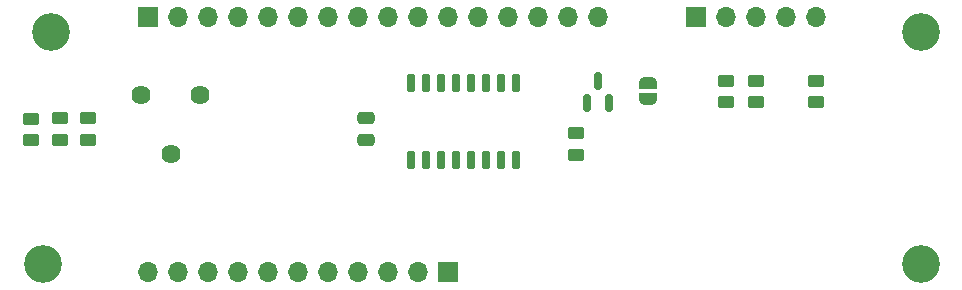
<source format=gts>
%TF.GenerationSoftware,KiCad,Pcbnew,(6.0.7)*%
%TF.CreationDate,2022-09-26T21:00:32+02:00*%
%TF.ProjectId,LcdResolver,4c636452-6573-46f6-9c76-65722e6b6963,0*%
%TF.SameCoordinates,Original*%
%TF.FileFunction,Soldermask,Top*%
%TF.FilePolarity,Negative*%
%FSLAX46Y46*%
G04 Gerber Fmt 4.6, Leading zero omitted, Abs format (unit mm)*
G04 Created by KiCad (PCBNEW (6.0.7)) date 2022-09-26 21:00:32*
%MOMM*%
%LPD*%
G01*
G04 APERTURE LIST*
G04 Aperture macros list*
%AMRoundRect*
0 Rectangle with rounded corners*
0 $1 Rounding radius*
0 $2 $3 $4 $5 $6 $7 $8 $9 X,Y pos of 4 corners*
0 Add a 4 corners polygon primitive as box body*
4,1,4,$2,$3,$4,$5,$6,$7,$8,$9,$2,$3,0*
0 Add four circle primitives for the rounded corners*
1,1,$1+$1,$2,$3*
1,1,$1+$1,$4,$5*
1,1,$1+$1,$6,$7*
1,1,$1+$1,$8,$9*
0 Add four rect primitives between the rounded corners*
20,1,$1+$1,$2,$3,$4,$5,0*
20,1,$1+$1,$4,$5,$6,$7,0*
20,1,$1+$1,$6,$7,$8,$9,0*
20,1,$1+$1,$8,$9,$2,$3,0*%
%AMFreePoly0*
4,1,22,0.500000,-0.750000,0.000000,-0.750000,0.000000,-0.745033,-0.079941,-0.743568,-0.215256,-0.701293,-0.333266,-0.622738,-0.424486,-0.514219,-0.481581,-0.384460,-0.499164,-0.250000,-0.500000,-0.250000,-0.500000,0.250000,-0.499164,0.250000,-0.499963,0.256109,-0.478152,0.396186,-0.417904,0.524511,-0.324060,0.630769,-0.204165,0.706417,-0.067858,0.745374,0.000000,0.744959,0.000000,0.750000,
0.500000,0.750000,0.500000,-0.750000,0.500000,-0.750000,$1*%
%AMFreePoly1*
4,1,20,0.000000,0.744959,0.073905,0.744508,0.209726,0.703889,0.328688,0.626782,0.421226,0.519385,0.479903,0.390333,0.500000,0.250000,0.500000,-0.250000,0.499851,-0.262216,0.476331,-0.402017,0.414519,-0.529596,0.319384,-0.634700,0.198574,-0.708877,0.061801,-0.746166,0.000000,-0.745033,0.000000,-0.750000,-0.500000,-0.750000,-0.500000,0.750000,0.000000,0.750000,0.000000,0.744959,
0.000000,0.744959,$1*%
G04 Aperture macros list end*
%ADD10RoundRect,0.250000X-0.450000X0.262500X-0.450000X-0.262500X0.450000X-0.262500X0.450000X0.262500X0*%
%ADD11R,1.700000X1.700000*%
%ADD12O,1.700000X1.700000*%
%ADD13C,1.620000*%
%ADD14RoundRect,0.150000X0.150000X-0.650000X0.150000X0.650000X-0.150000X0.650000X-0.150000X-0.650000X0*%
%ADD15RoundRect,0.250000X0.450000X-0.262500X0.450000X0.262500X-0.450000X0.262500X-0.450000X-0.262500X0*%
%ADD16FreePoly0,90.000000*%
%ADD17FreePoly1,90.000000*%
%ADD18C,3.200000*%
%ADD19RoundRect,0.150000X0.150000X-0.587500X0.150000X0.587500X-0.150000X0.587500X-0.150000X-0.587500X0*%
%ADD20RoundRect,0.250000X0.475000X-0.250000X0.475000X0.250000X-0.475000X0.250000X-0.475000X-0.250000X0*%
G04 APERTURE END LIST*
D10*
%TO.C,R2*%
X167386000Y-90325500D03*
X167386000Y-92150500D03*
%TD*%
D11*
%TO.C,J2*%
X110871000Y-84888000D03*
D12*
X113411000Y-84888000D03*
X115951000Y-84888000D03*
X118491000Y-84888000D03*
X121031000Y-84888000D03*
X123571000Y-84888000D03*
X126111000Y-84888000D03*
X128651000Y-84888000D03*
X131191000Y-84888000D03*
X133731000Y-84888000D03*
X136271000Y-84888000D03*
X138811000Y-84888000D03*
X141351000Y-84888000D03*
X143891000Y-84888000D03*
X146431000Y-84888000D03*
X148971000Y-84888000D03*
%TD*%
D13*
%TO.C,RV1*%
X110276000Y-91532000D03*
X112776000Y-96532000D03*
X115276000Y-91532000D03*
%TD*%
D14*
%TO.C,U1*%
X133096000Y-97028000D03*
X134366000Y-97028000D03*
X135636000Y-97028000D03*
X136906000Y-97028000D03*
X138176000Y-97028000D03*
X139446000Y-97028000D03*
X140716000Y-97028000D03*
X141986000Y-97028000D03*
X141986000Y-90528000D03*
X140716000Y-90528000D03*
X139446000Y-90528000D03*
X138176000Y-90528000D03*
X136906000Y-90528000D03*
X135636000Y-90528000D03*
X134366000Y-90528000D03*
X133096000Y-90528000D03*
%TD*%
D10*
%TO.C,R6*%
X103378000Y-93500500D03*
X103378000Y-95325500D03*
%TD*%
%TO.C,R4*%
X159766000Y-90325500D03*
X159766000Y-92150500D03*
%TD*%
D11*
%TO.C,J1*%
X136271000Y-106478000D03*
D12*
X133731000Y-106478000D03*
X131191000Y-106478000D03*
X128651000Y-106478000D03*
X126111000Y-106478000D03*
X123571000Y-106478000D03*
X121031000Y-106478000D03*
X118491000Y-106478000D03*
X115951000Y-106478000D03*
X113411000Y-106478000D03*
X110871000Y-106478000D03*
%TD*%
D15*
%TO.C,R7*%
X100965000Y-95349000D03*
X100965000Y-93524000D03*
%TD*%
D16*
%TO.C,JP1*%
X153162000Y-91836000D03*
D17*
X153162000Y-90536000D03*
%TD*%
D18*
%TO.C,H2*%
X176276000Y-86158000D03*
%TD*%
D10*
%TO.C,R1*%
X147066000Y-94770500D03*
X147066000Y-96595500D03*
%TD*%
D11*
%TO.C,J3*%
X157226000Y-84888000D03*
D12*
X159766000Y-84888000D03*
X162306000Y-84888000D03*
X164846000Y-84888000D03*
X167386000Y-84888000D03*
%TD*%
D19*
%TO.C,Q1*%
X148021000Y-92175500D03*
X149921000Y-92175500D03*
X148971000Y-90300500D03*
%TD*%
D10*
%TO.C,R3*%
X162306000Y-90325500D03*
X162306000Y-92150500D03*
%TD*%
D18*
%TO.C,H4*%
X102616000Y-86158000D03*
%TD*%
D15*
%TO.C,R5*%
X105791000Y-95325500D03*
X105791000Y-93500500D03*
%TD*%
D20*
%TO.C,C1*%
X129286000Y-95363000D03*
X129286000Y-93463000D03*
%TD*%
D18*
%TO.C,H1*%
X176276000Y-105843000D03*
%TD*%
%TO.C,H3*%
X101981000Y-105843000D03*
%TD*%
M02*

</source>
